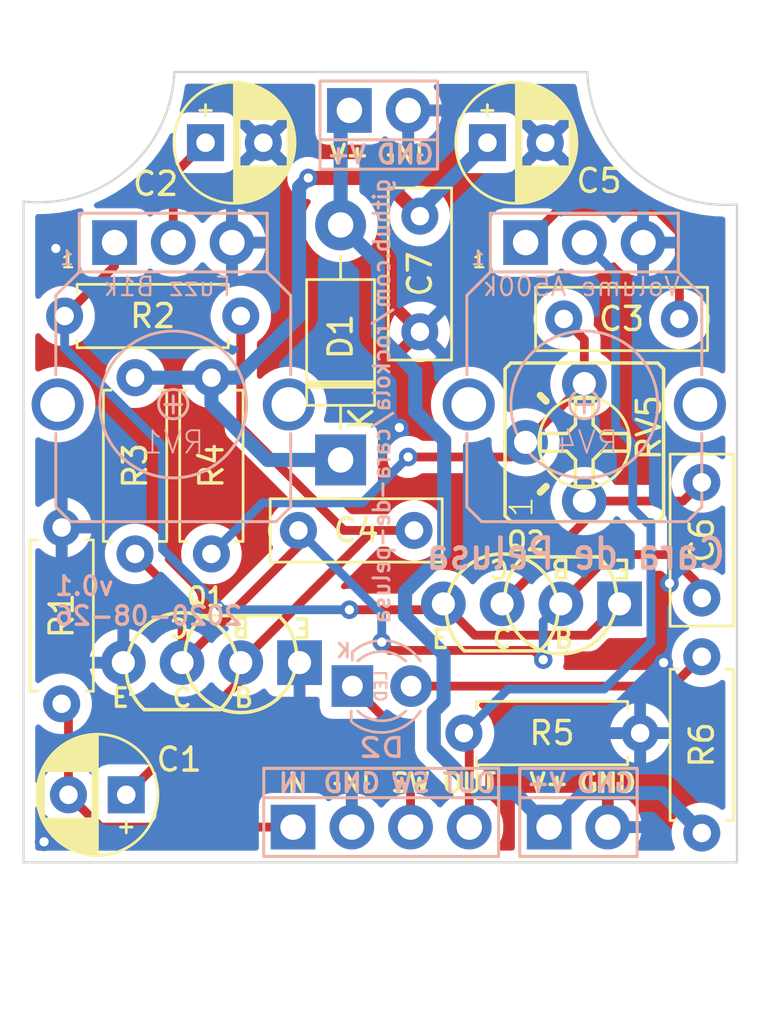
<source format=kicad_pcb>
(kicad_pcb (version 20200819) (host pcbnew "(5.99.0-2965-g3673c2369)")
  (layers (0 "F.Cu" signal) (31 "B.Cu" signal) (34 "B.Paste" user) (35 "F.Paste" user) (36 "B.SilkS" user) (37 "F.SilkS" user) (38 "B.Mask" user) (39 "F.Mask" user) (44 "Edge.Cuts" user))
  (property "DATE" "2020-08-26")
  (property "REVISION" "v0.1")
  (property "TITLE" "Cara de Pelusa")
  (property "URL" "github.com/rockola/cara-de-pelusa")
  (net 0 "")
  (net 1 "IN")
  (net 2 "Net-(C1-Pad1)")
  (net 3 "GND")
  (net 4 "Net-(C2-Pad1)")
  (net 5 "Net-(C3-Pad2)")
  (net 6 "Net-(C3-Pad1)")
  (net 7 "Net-(C4-Pad2)")
  (net 8 "VCC")
  (net 9 "Net-(C6-Pad2)")
  (net 10 "+9V")
  (net 11 "Net-(D2-Pad2)")
  (net 12 "LED-")
  (net 13 "OUT")
  (net 14 "Net-(Q2-Pad1)")
  (module "rockola_kicad_footprints:Power_Header_2pin_TOP" (layer "F.Cu") (at 102.489 69.723)
    (fp_text reference "J3" hide)
    (fp_text value "Power top" hide)
    (fp_text user "GND" (at -1.397 1.905 unlocked) (layer "B.SilkS") (effects (font (size 0.8 0.8)) (justify mirror)))
    (fp_text user "V+" (at -3.937 1.905 unlocked) (layer "B.SilkS") (effects (font (size 0.8 0.8)) (justify mirror)))
    (fp_text user "V+" (at -3.81 1.905 unlocked) (layer "F.SilkS") (effects (font (size 0.8 0.8))))
    (fp_text user "GND" (at -1.397 1.905 unlocked) (layer "F.SilkS") (effects (font (size 0.8 0.8))))
    (pad "1" thru_hole rect (at -3.81 0) (size 1.9304 1.9304) (drill 1.1) (layers *.Cu *.Mask) (net 10 "+9V"))
    (pad "2" thru_hole oval (at -1.27 0) (size 1.9304 1.9304) (drill 1.1) (layers *.Cu *.Mask) (net 3 "GND"))
  )
  (module "rockola_kicad_footprints:CP_D5.0_P2.50" (layer "F.Cu") (at 104.648 71.12)
    (fp_text reference "C5" (at 4.826 1.651) (layer "F.SilkS"))
    (fp_text value "100u")
    (pad "1" thru_hole rect (at 0 0) (size 1.6 1.6) (drill 0.8) (layers *.Cu *.Mask) (net 8 "VCC"))
    (pad "2" thru_hole circle (at 2.5 0) (size 1.6 1.6) (drill 0.8) (layers *.Cu *.Mask) (net 3 "GND"))
  )
  (module "rockola_kicad_footprints:R_DIN0207" (layer "F.Cu") (at 93.98 78.613 180)
    (fp_text reference "R2" (at 3.81 0) (layer "F.SilkS"))
    (fp_text value "100k")
    (pad "1" thru_hole circle (at 0 0 180) (size 1.6 1.6) (drill 0.8) (layers *.Cu *.Mask) (net 2 "Net-(C1-Pad1)"))
    (pad "2" thru_hole oval (at 7.62 0 180) (size 1.6 1.6) (drill 0.8) (layers *.Cu *.Mask) (net 14 "Net-(Q2-Pad1)"))
  )
  (module "rockola_kicad_footprints:R_DIN0207" (layer "F.Cu") (at 113.919 93.345 -90)
    (fp_text reference "R6" (at 3.81 0 90) (layer "F.SilkS"))
    (fp_text value "CLR")
    (pad "1" thru_hole circle (at 0 0 270) (size 1.6 1.6) (drill 0.8) (layers *.Cu *.Mask) (net 11 "Net-(D2-Pad2)"))
    (pad "2" thru_hole oval (at 7.62 0 270) (size 1.6 1.6) (drill 0.8) (layers *.Cu *.Mask) (net 10 "+9V"))
  )
  (module "rockola_kicad_footprints:R_DIN0207" (layer "F.Cu") (at 86.233 95.377 90)
    (fp_text reference "R1" (at 3.81 0 90) (layer "F.SilkS"))
    (fp_text value "1M")
    (pad "1" thru_hole circle (at 0 0 90) (size 1.6 1.6) (drill 0.8) (layers *.Cu *.Mask) (net 1 "IN"))
    (pad "2" thru_hole oval (at 7.62 0 90) (size 1.6 1.6) (drill 0.8) (layers *.Cu *.Mask) (net 3 "GND"))
  )
  (module "rockola_kicad_footprints:R_DIN0207" (layer "F.Cu") (at 92.71 81.28 -90)
    (fp_text reference "R4" (at 3.81 0 90) (layer "F.SilkS"))
    (fp_text value "330R")
    (pad "1" thru_hole circle (at 0 0 270) (size 1.6 1.6) (drill 0.8) (layers *.Cu *.Mask) (net 8 "VCC"))
    (pad "2" thru_hole oval (at 7.62 0 270) (size 1.6 1.6) (drill 0.8) (layers *.Cu *.Mask) (net 6 "Net-(C3-Pad1)"))
  )
  (module "rockola_kicad_footprints:C_Box_7.2_2.5" (layer "F.Cu") (at 113.919 90.805 90)
    (fp_text reference "C6" (at 2.5 0 90) (layer "F.SilkS"))
    (fp_text value "150p")
    (pad "1" thru_hole circle (at 0 0 90) (size 1.6 1.6) (drill 0.8) (layers *.Cu *.Mask) (net 7 "Net-(C4-Pad2)"))
    (pad "2" thru_hole circle (at 5 0 90) (size 1.6 1.6) (drill 0.8) (layers *.Cu *.Mask) (net 9 "Net-(C6-Pad2)"))
  )
  (module "potentiometers:TRIM1" (layer "F.Cu") (at 108.839 84.074 90)
    (fp_text reference "RV5" (at 0.635 2.794 90) (layer "F.SilkS"))
    (fp_text value "Q2 bias 20k" hide)
    (fp_text user "1" (at -3.302 -2.159 90) (layer "F.SilkS") (effects (font (size 0.9652 0.9652) (thickness 0.08128)) (justify left bottom)))
    (pad "1" thru_hole oval (at -2.54 0 90) (size 1.9304 1.9304) (drill 1) (layers *.Cu *.Mask) (net 9 "Net-(C6-Pad2)"))
    (pad "2" thru_hole oval (at 0 -2.54 90) (size 1.9304 1.9304) (drill 1) (layers *.Cu *.Mask) (net 6 "Net-(C3-Pad1)"))
    (pad "3" thru_hole oval (at 2.54 0 90) (size 1.9304 1.9304) (drill 1) (layers *.Cu *.Mask) (net 6 "Net-(C3-Pad1)"))
  )
  (module "rockola_kicad_footprints:9mm metal shaft" (layer "F.Cu") (at 91.059 75.438 180)
    (fp_text reference "RV1" (at 0 -8.636) (layer "B.SilkS") (effects (font (size 0.9652 0.9652) (thickness 0.08128)) (justify mirror)))
    (fp_text value "Fuzz B1k" (at 0.254 -1.905) (layer "B.SilkS") (effects (font (size 0.8 0.8) (thickness 0.1)) (justify mirror)))
    (fp_text user "1" (at 4.953 -1.016) (layer "B.SilkS") (effects (font (size 0.6 0.6) (thickness 0.1)) (justify right bottom mirror)))
    (fp_text user "1" (at 4.191 -1.143) (layer "F.SilkS") (effects (font (size 0.6 0.6) (thickness 0.1)) (justify right bottom)))
    (pad "" thru_hole oval (at 5 -7 180) (size 2.25 2.25) (drill 1.5) (layers *.Cu *.Mask))
    (pad "" thru_hole oval (at -5 -7 180) (size 2.25 2.25) (drill 1.5) (layers *.Cu *.Mask))
    (pad "1" thru_hole rect (at 2.54 0 180) (size 1.9304 1.9304) (drill 1.1) (layers *.Cu *.Mask) (net 14 "Net-(Q2-Pad1)"))
    (pad "2" thru_hole oval (at 0 0 180) (size 1.9304 1.9304) (drill 1.1) (layers *.Cu *.Mask) (net 4 "Net-(C2-Pad1)"))
    (pad "3" thru_hole oval (at -2.54 0 180) (size 1.9304 1.9304) (drill 1.1) (layers *.Cu *.Mask) (net 3 "GND"))
  )
  (module "rockola_kicad_footprints:R_DIN0207" (layer "F.Cu") (at 89.408 81.28 -90)
    (fp_text reference "R3" (at 3.81 0 90) (layer "F.SilkS"))
    (fp_text value "33k")
    (pad "1" thru_hole circle (at 0 0 270) (size 1.6 1.6) (drill 0.8) (layers *.Cu *.Mask) (net 8 "VCC"))
    (pad "2" thru_hole oval (at 7.62 0 270) (size 1.6 1.6) (drill 0.8) (layers *.Cu *.Mask) (net 7 "Net-(C4-Pad2)"))
  )
  (module "rockola_kicad_footprints:C_Box_7.2_2.5" (layer "F.Cu") (at 101.727 74.295 -90)
    (fp_text reference "C7" (at 2.5 0 90) (layer "F.SilkS"))
    (fp_text value "100n")
    (pad "1" thru_hole circle (at 0 0 270) (size 1.6 1.6) (drill 0.8) (layers *.Cu *.Mask) (net 8 "VCC"))
    (pad "2" thru_hole circle (at 5 0 270) (size 1.6 1.6) (drill 0.8) (layers *.Cu *.Mask) (net 3 "GND"))
  )
  (module "Diode_THT:D_DO-41_SOD81_P10.16mm_Horizontal" (layer "F.Cu") (at 98.298 84.836 90)
    (fp_text reference "D1" (at 5.334 0 90) (layer "F.SilkS"))
    (fp_text value "1N5817")
    (fp_text user "K" (at 1.778 0.889 90) (layer "F.SilkS"))
    (pad "1" thru_hole rect (at 0 0 90) (size 2.2 2.2) (drill 1.1) (layers *.Cu *.Mask) (net 8 "VCC"))
    (pad "2" thru_hole oval (at 10.16 0 90) (size 2.2 2.2) (drill 1.1) (layers *.Cu *.Mask) (net 10 "+9V"))
  )
  (module "rockola_kicad_footprints:TO92_EBCE" (layer "F.Cu") (at 107.823 91.059 180)
    (fp_text reference "Q2" (at 2.413 3.175) (layer "F.SilkS") (effects (font (size 0.8 0.8)) (justify left top)))
    (fp_text value "BC109" hide)
    (fp_text user "E" (at 5.207 -1.524 unlocked) (layer "F.SilkS") (effects (font (size 0.8 0.8))))
    (fp_text user "E" (at -2.667 1.524 180 unlocked) (layer "F.SilkS") (effects (font (size 0.8 0.8))))
    (fp_text user "B" (at -0.127 -1.524 unlocked) (layer "F.SilkS") (effects (font (size 0.8 0.8))))
    (fp_text user "C" (at 2.667 1.524 180 unlocked) (layer "F.SilkS") (effects (font (size 0.8 0.8))))
    (fp_text user "B" (at 0 1.524 180 unlocked) (layer "F.SilkS") (effects (font (size 0.8 0.8))))
    (fp_text user "C" (at 2.54 -1.524 unlocked) (layer "F.SilkS") (effects (font (size 0.8 0.8))))
    (pad "1" thru_hole rect (at -2.54 0) (size 1.9304 1.9304) (drill 1) (layers *.Cu *.Mask) (net 14 "Net-(Q2-Pad1)"))
    (pad "1" thru_hole oval (at 5.08 0) (size 1.9304 1.9304) (drill 1) (layers *.Cu *.Mask) (net 14 "Net-(Q2-Pad1)"))
    (pad "2" thru_hole oval (at 0 0) (size 1.9304 1.9304) (drill 1) (layers *.Cu *.Mask) (net 7 "Net-(C4-Pad2)"))
    (pad "3" thru_hole oval (at 2.54 0) (size 1.9304 1.9304) (drill 1) (layers *.Cu *.Mask) (net 9 "Net-(C6-Pad2)"))
  )
  (module "rockola_kicad_footprints:CP_D5.0_P2.50" (layer "F.Cu") (at 89.027 99.314 180)
    (fp_text reference "C1" (at -2.286 1.524) (layer "F.SilkS"))
    (fp_text value "2u2")
    (pad "1" thru_hole rect (at 0 0 180) (size 1.6 1.6) (drill 0.8) (layers *.Cu *.Mask) (net 2 "Net-(C1-Pad1)"))
    (pad "2" thru_hole circle (at 2.5 0 180) (size 1.6 1.6) (drill 0.8) (layers *.Cu *.Mask) (net 1 "IN"))
  )
  (module "rockola_kicad_footprints:Stomp_4pin" (layer "F.Cu") (at 100.0525 100.711)
    (fp_text reference "J2" hide)
    (fp_text value "Stomp" hide)
    (fp_text user "OUT" (at 3.81 -1.905 unlocked) (layer "B.SilkS") (effects (font (size 0.8 0.8)) (justify mirror)))
    (fp_text user "IN" (at -3.81 -1.905 unlocked) (layer "B.SilkS") (effects (font (size 0.8 0.8)) (justify mirror)))
    (fp_text user "GND" (at -1.27 -1.905 unlocked) (layer "B.SilkS") (effects (font (size 0.8 0.8)) (justify mirror)))
    (fp_text user "SW" (at 1.27 -1.905 unlocked) (layer "B.SilkS") (effects (font (size 0.8 0.8)) (justify mirror)))
    (fp_text user "OUT" (at 3.81 -1.905 unlocked) (layer "F.SilkS") (effects (font (size 0.8 0.8))))
    (fp_text user "SW" (at 1.27 -1.905 unlocked) (layer "F.SilkS") (effects (font (size 0.8 0.8))))
    (fp_text user "IN" (at -3.81 -1.905 unlocked) (layer "F.SilkS") (effects (font (size 0.8 0.8))))
    (fp_text user "GND" (at -1.27 -1.905 unlocked) (layer "F.SilkS") (effects (font (size 0.8 0.8))))
    (pad "1" thru_hole rect (at -3.81 0) (size 1.9304 1.9304) (drill 1.1) (layers *.Cu *.Mask) (net 1 "IN"))
    (pad "2" thru_hole oval (at -1.27 0) (size 1.9304 1.9304) (drill 1.1) (layers *.Cu *.Mask) (net 3 "GND"))
    (pad "3" thru_hole oval (at 1.27 0) (size 1.9304 1.9304) (drill 1.1) (layers *.Cu *.Mask) (net 12 "LED-"))
    (pad "4" thru_hole oval (at 3.81 0) (size 1.9304 1.9304) (drill 1.1) (layers *.Cu *.Mask) (net 13 "OUT"))
  )
  (module "rockola_kicad_footprints:C_Box_7.2_2.5" (layer "F.Cu") (at 107.95 78.74)
    (fp_text reference "C3" (at 2.5 0) (layer "F.SilkS"))
    (fp_text value "10n")
    (pad "1" thru_hole circle (at 0 0) (size 1.6 1.6) (drill 0.8) (layers *.Cu *.Mask) (net 6 "Net-(C3-Pad1)"))
    (pad "2" thru_hole circle (at 5 0) (size 1.6 1.6) (drill 0.8) (layers *.Cu *.Mask) (net 5 "Net-(C3-Pad2)"))
  )
  (module "rockola_kicad_footprints:CP_D5.0_P2.50" (layer "F.Cu") (at 92.456 71.12)
    (fp_text reference "C2" (at -2.159 1.778) (layer "F.SilkS"))
    (fp_text value "22u")
    (pad "1" thru_hole rect (at 0 0) (size 1.6 1.6) (drill 0.8) (layers *.Cu *.Mask) (net 4 "Net-(C2-Pad1)"))
    (pad "2" thru_hole circle (at 2.5 0) (size 1.6 1.6) (drill 0.8) (layers *.Cu *.Mask) (net 3 "GND"))
  )
  (module "rockola_kicad_footprints:TO92_EBCE" (layer "F.Cu") (at 93.98 93.599 180)
    (fp_text reference "Q1" (at 2.413 3.302) (layer "F.SilkS") (effects (font (size 0.8 0.8)) (justify left top)))
    (fp_text value "BC108" hide)
    (fp_text user "C" (at 2.54 -1.524 unlocked) (layer "F.SilkS") (effects (font (size 0.8 0.8))))
    (fp_text user "E" (at 5.207 -1.524 unlocked) (layer "F.SilkS") (effects (font (size 0.8 0.8))))
    (fp_text user "E" (at -2.667 1.524 180 unlocked) (layer "F.SilkS") (effects (font (size 0.8 0.8))))
    (fp_text user "C" (at 2.667 1.524 180 unlocked) (layer "F.SilkS") (effects (font (size 0.8 0.8))))
    (fp_text user "B" (at -0.127 -1.524 unlocked) (layer "F.SilkS") (effects (font (size 0.8 0.8))))
    (fp_text user "B" (at 0 1.524 180 unlocked) (layer "F.SilkS") (effects (font (size 0.8 0.8))))
    (pad "1" thru_hole rect (at -2.54 0) (size 1.9304 1.9304) (drill 1) (layers *.Cu *.Mask) (net 3 "GND"))
    (pad "1" thru_hole oval (at 5.08 0) (size 1.9304 1.9304) (drill 1) (layers *.Cu *.Mask) (net 3 "GND"))
    (pad "2" thru_hole oval (at 0 0) (size 1.9304 1.9304) (drill 1) (layers *.Cu *.Mask) (net 2 "Net-(C1-Pad1)"))
    (pad "3" thru_hole oval (at 2.54 0) (size 1.9304 1.9304) (drill 1) (layers *.Cu *.Mask) (net 7 "Net-(C4-Pad2)"))
  )
  (module "rockola_kicad_footprints:C_Box_7.2_2.5" (layer "F.Cu") (at 101.473 87.884 180)
    (fp_text reference "C4" (at 2.5 0) (layer "F.SilkS"))
    (fp_text value "150p")
    (pad "1" thru_hole circle (at 0 0 180) (size 1.6 1.6) (drill 0.8) (layers *.Cu *.Mask) (net 2 "Net-(C1-Pad1)"))
    (pad "2" thru_hole circle (at 5 0 180) (size 1.6 1.6) (drill 0.8) (layers *.Cu *.Mask) (net 7 "Net-(C4-Pad2)"))
  )
  (module "rockola_kicad_footprints:Power_Header_2pin" (layer "F.Cu") (at 111.125 100.711)
    (fp_text reference "J1" hide)
    (fp_text value "Power bottom" hide)
    (fp_text user "V+" (at -3.937 -1.905 unlocked) (layer "B.SilkS") (effects (font (size 0.8 0.8)) (justify mirror)))
    (fp_text user "GND" (at -1.397 -1.905 unlocked) (layer "B.SilkS") (effects (font (size 0.8 0.8)) (justify mirror)))
    (fp_text user "V+" (at -3.81 -1.905 unlocked) (layer "F.SilkS") (effects (font (size 0.8 0.8))))
    (fp_text user "GND" (at -1.27 -1.905 unlocked) (layer "F.SilkS") (effects (font (size 0.8 0.8))))
    (pad "1" thru_hole rect (at -3.81 0) (size 1.9304 1.9304) (drill 1.1) (layers *.Cu *.Mask) (net 10 "+9V"))
    (pad "2" thru_hole oval (at -1.27 0) (size 1.9304 1.9304) (drill 1.1) (layers *.Cu *.Mask) (net 3 "GND"))
  )
  (module "rockola_kicad_footprints:R_DIN0207" (layer "F.Cu") (at 103.632 96.647)
    (fp_text reference "R5" (at 3.81 0) (layer "F.SilkS"))
    (fp_text value "1M")
    (pad "1" thru_hole circle (at 0 0) (size 1.6 1.6) (drill 0.8) (layers *.Cu *.Mask) (net 13 "OUT"))
    (pad "2" thru_hole oval (at 7.62 0) (size 1.6 1.6) (drill 0.8) (layers *.Cu *.Mask) (net 3 "GND"))
  )
  (module "rockola_kicad_footprints:9mm metal shaft" (layer "F.Cu") (at 108.839 75.438 180)
    (fp_text reference "RV4" (at -0.127 -8.636) (layer "B.SilkS") (effects (font (size 0.9652 0.9652) (thickness 0.08128)) (justify mirror)))
    (fp_text value "Volume A500k" (at 0.127 -1.905) (layer "B.SilkS") (effects (font (size 0.8 0.8) (thickness 0.1)) (justify mirror)))
    (fp_text user "1" (at 4.953 -1.016) (layer "B.SilkS") (effects (font (size 0.6 0.6) (thickness 0.1)) (justify right bottom mirror)))
    (fp_text user "1" (at 4.191 -1.143) (layer "F.SilkS") (effects (font (size 0.6 0.6) (thickness 0.1)) (justify right bottom)))
    (pad "" thru_hole oval (at -5 -7 180) (size 2.25 2.25) (drill 1.5) (layers *.Cu *.Mask))
    (pad "" thru_hole oval (at 5 -7 180) (size 2.25 2.25) (drill 1.5) (layers *.Cu *.Mask))
    (pad "1" thru_hole rect (at 2.54 0 180) (size 1.9304 1.9304) (drill 1.1) (layers *.Cu *.Mask) (net 5 "Net-(C3-Pad2)"))
    (pad "2" thru_hole oval (at 0 0 180) (size 1.9304 1.9304) (drill 1.1) (layers *.Cu *.Mask) (net 13 "OUT"))
    (pad "3" thru_hole oval (at -2.54 0 180) (size 1.9304 1.9304) (drill 1.1) (layers *.Cu *.Mask) (net 3 "GND"))
  )
  (module "rockola_kicad_footprints:LED.3mm" (layer "B.Cu") (at 98.806 94.615)
    (fp_text reference "D2" (at 1.27 2.667) (layer "B.SilkS") (effects (font (size 0.8 1)) (justify mirror)))
    (fp_text value "LED")
    (fp_text user "LED" (at 1.2446 0 -270 unlocked) (layer "B.SilkS") (effects (font (size 0.5 0.5) (thickness 0.1)) (justify mirror)))
    (fp_text user "K" (at -0.381 -1.524 unlocked) (layer "B.SilkS") (effects (font (size 0.6 0.6) (thickness 0.127)) (justify mirror)))
    (pad "1" thru_hole rect (at 0 0) (size 1.8 1.8) (drill 0.9) (layers *.Cu *.Mask) (net 12 "LED-"))
    (pad "2" thru_hole circle (at 2.54 0) (size 1.8 1.8) (drill 0.9) (layers *.Cu *.Mask) (net 11 "Net-(D2-Pad2)"))
  )
  (gr_line (start 115.443 73.787) (end 115.443 102.235) (layer "Edge.Cuts") (width 0.1))
  (gr_arc (start 85.243454 67.829713) (end 91.106488 68.063375) (angle 94.19038337) (layer "Edge.Cuts") (width 0.1))
  (gr_line (start 91.106488 68.063375) (end 108.966 68.072) (layer "Edge.Cuts") (width 0.1))
  (gr_line (start 84.582 73.66) (end 84.582 102.235) (layer "Edge.Cuts") (width 0.1))
  (gr_arc (start 114.953437 67.814037) (end 108.966 68.072) (angle -92.21866171) (layer "Edge.Cuts") (width 0.1))
  (gr_line (start 115.443 102.235) (end 84.582 102.235) (layer "Edge.Cuts") (width 0.1))
  (gr_text "${REVISION}\n${DATE}" (at 85.852 90.932) (layer "B.SilkS") (effects (font (size 0.8 0.8)) (justify right mirror)))
  (gr_text "${URL}" (at 100.076 82.296 90) (layer "B.SilkS") (effects (font (size 0.7 0.68) (thickness 0.127)) (justify mirror)))
  (gr_text "${TITLE}" (at 108.458 88.9) (layer "B.SilkS") (effects (font (size 1.3 1.1) (thickness 0.2)) (justify mirror)))
  (segment (start 87.924 100.711) (end 96.2425 100.711) (width 0.381) (layer "F.Cu") (net 1))
  (segment (start 86.527 99.314) (end 86.527 95.671) (width 0.381) (layer "F.Cu") (net 1))
  (segment (start 86.527 99.314) (end 87.924 100.711) (width 0.381) (layer "F.Cu") (net 1))
  (segment (start 86.527 95.671) (end 86.233 95.377) (width 0.381) (layer "F.Cu") (net 1))
  (segment (start 93.98 83.420902) (end 93.98 78.613) (width 0.381) (layer "F.Cu") (net 2))
  (segment (start 99.695 87.884) (end 101.473 87.884) (width 0.381) (layer "F.Cu") (net 2))
  (segment (start 98.443098 87.884) (end 93.98 83.420902) (width 0.381) (layer "F.Cu") (net 2))
  (segment (start 89.027 99.314) (end 93.98 94.361) (width 0.381) (layer "F.Cu") (net 2))
  (segment (start 93.98 93.599) (end 99.695 87.884) (width 0.381) (layer "F.Cu") (net 2))
  (segment (start 93.98 94.361) (end 93.98 93.599) (width 0.381) (layer "F.Cu") (net 2))
  (segment (start 99.695 87.884) (end 98.443098 87.884) (width 0.381) (layer "F.Cu") (net 2))
  (via (at 85.979 75.692) (size 0.8) (drill 0.4) (layers "F.Cu" "B.Cu") (net 3))
  (via (at 85.471 101.346) (size 0.8) (drill 0.4) (layers "F.Cu" "B.Cu") (net 3))
  (via (at 100.838 83.439) (size 0.8) (drill 0.4) (layers "F.Cu" "B.Cu") (net 3))
  (via (at 112.268 93.599) (size 0.8) (drill 0.4) (layers "F.Cu" "B.Cu") (net 3))
  (via (at 112.522 90.17) (size 0.8) (drill 0.4) (layers "F.Cu" "B.Cu") (net 3))
  (segment (start 91.059 72.517) (end 92.456 71.12) (width 0.381) (layer "F.Cu") (net 4))
  (segment (start 91.059 75.438) (end 91.059 72.517) (width 0.381) (layer "F.Cu") (net 4))
  (segment (start 112.029737 74.082299) (end 107.654701 74.082299) (width 0.381) (layer "F.Cu") (net 5))
  (segment (start 112.95 75.002562) (end 112.029737 74.082299) (width 0.381) (layer "F.Cu") (net 5))
  (segment (start 112.95 78.74) (end 112.95 75.002562) (width 0.381) (layer "F.Cu") (net 5))
  (segment (start 107.654701 74.082299) (end 106.299 75.438) (width 0.381) (layer "F.Cu") (net 5))
  (segment (start 101.219 84.709) (end 105.664 84.709) (width 0.381) (layer "F.Cu") (net 6))
  (segment (start 108.839 81.534) (end 108.839 79.629) (width 0.381) (layer "F.Cu") (net 6))
  (segment (start 106.299 84.074) (end 108.839 81.534) (width 0.381) (layer "F.Cu") (net 6))
  (segment (start 108.839 79.629) (end 107.95 78.74) (width 0.381) (layer "F.Cu") (net 6))
  (segment (start 105.664 84.709) (end 106.299 84.074) (width 0.381) (layer "F.Cu") (net 6))
  (via (at 101.219 84.709) (size 0.8) (drill 0.4) (layers "F.Cu" "B.Cu") (net 6))
  (segment (start 94.916501 86.693499) (end 92.71 88.9) (width 0.381) (layer "B.Cu") (net 6))
  (segment (start 101.219 84.709) (end 99.234501 86.693499) (width 0.381) (layer "B.Cu") (net 6))
  (segment (start 99.234501 86.693499) (end 94.916501 86.693499) (width 0.381) (layer "B.Cu") (net 6))
  (segment (start 106.661001 93.072001) (end 100.438001 93.072001) (width 0.381) (layer "F.Cu") (net 7))
  (segment (start 112.493499 88.928501) (end 113.919 90.354002) (width 0.381) (layer "F.Cu") (net 7))
  (segment (start 100.438001 93.072001) (end 100.076 92.71) (width 0.381) (layer "F.Cu") (net 7))
  (segment (start 109.982 88.9) (end 110.010501 88.928501) (width 0.381) (layer "F.Cu") (net 7))
  (segment (start 107.061 93.472) (end 106.661001 93.072001) (width 0.381) (layer "F.Cu") (net 7))
  (segment (start 110.010501 88.928501) (end 112.493499 88.928501) (width 0.381) (layer "F.Cu") (net 7))
  (segment (start 91.44 93.599) (end 96.473 88.566) (width 0.381) (layer "F.Cu") (net 7))
  (segment (start 96.473 88.566) (end 96.473 87.884) (width 0.381) (layer "F.Cu") (net 7))
  (segment (start 107.823 91.059) (end 109.982 88.9) (width 0.381) (layer "F.Cu") (net 7))
  (segment (start 91.44 93.599) (end 91.44 90.932) (width 0.381) (layer "F.Cu") (net 7))
  (segment (start 91.44 90.932) (end 89.408 88.9) (width 0.381) (layer "F.Cu") (net 7))
  (segment (start 113.919 90.354002) (end 113.919 90.805) (width 0.381) (layer "F.Cu") (net 7))
  (via (at 100.076 92.71) (size 0.8) (drill 0.4) (layers "F.Cu" "B.Cu") (net 7))
  (via (at 107.061 93.472) (size 0.8) (drill 0.4) (layers "F.Cu" "B.Cu") (net 7))
  (segment (start 100.076 91.487) (end 100.076 92.71) (width 0.381) (layer "B.Cu") (net 7))
  (segment (start 107.061 93.472) (end 107.061 91.821) (width 0.381) (layer "B.Cu") (net 7))
  (segment (start 107.061 91.821) (end 107.823 91.059) (width 0.381) (layer "B.Cu") (net 7))
  (segment (start 96.473 87.884) (end 100.076 91.487) (width 0.381) (layer "B.Cu") (net 7))
  (segment (start 96.901 72.644) (end 100.076 72.644) (width 0.6096) (layer "F.Cu") (net 8))
  (segment (start 100.076 72.644) (end 101.727 74.295) (width 0.6096) (layer "F.Cu") (net 8))
  (via (at 96.901 72.644) (size 0.8) (drill 0.4) (layers "F.Cu" "B.Cu") (net 8))
  (segment (start 95.13463 84.836) (end 92.71 82.41137) (width 0.6096) (layer "B.Cu") (net 8))
  (segment (start 93.84137 81.28) (end 96.501001 78.620369) (width 0.6096) (layer "B.Cu") (net 8))
  (segment (start 92.71 81.28) (end 93.84137 81.28) (width 0.6096) (layer "B.Cu") (net 8))
  (segment (start 101.727 74.295) (end 101.727 74.041) (width 0.6096) (layer "B.Cu") (net 8))
  (segment (start 98.298 84.836) (end 95.13463 84.836) (width 0.6096) (layer "B.Cu") (net 8))
  (segment (start 101.727 74.041) (end 104.648 71.12) (width 0.6096) (layer "B.Cu") (net 8))
  (segment (start 92.71 82.41137) (end 92.71 81.28) (width 0.6096) (layer "B.Cu") (net 8))
  (segment (start 96.501001 78.620369) (end 96.501001 73.043999) (width 0.6096) (layer "B.Cu") (net 8))
  (segment (start 96.501001 73.043999) (end 96.901 72.644) (width 0.6096) (layer "B.Cu") (net 8))
  (segment (start 89.408 81.28) (end 92.71 81.28) (width 0.6096) (layer "B.Cu") (net 8))
  (segment (start 105.283 91.059) (end 108.839 87.503) (width 0.381) (layer "F.Cu") (net 9))
  (segment (start 108.839 87.503) (end 108.839 86.614) (width 0.381) (layer "F.Cu") (net 9))
  (segment (start 113.11 86.614) (end 113.919 85.805) (width 0.381) (layer "F.Cu") (net 9))
  (segment (start 108.839 86.614) (end 113.11 86.614) (width 0.381) (layer "F.Cu") (net 9))
  (segment (start 105.844999 99.240999) (end 104.294893 99.240999) (width 0.6096) (layer "B.Cu") (net 10))
  (segment (start 102.327199 97.273305) (end 102.327199 95.712907) (width 0.6096) (layer "B.Cu") (net 10))
  (segment (start 99.914199 78.647801) (end 99.914199 76.292199) (width 0.6096) (layer "B.Cu") (net 10))
  (segment (start 98.298 74.676) (end 98.298 70.104) (width 0.6096) (layer "B.Cu") (net 10))
  (segment (start 104.294893 99.240999) (end 102.327199 97.273305) (width 0.6096) (layer "B.Cu") (net 10))
  (segment (start 108.785001 99.240999) (end 112.194999 99.240999) (width 0.6096) (layer "B.Cu") (net 10))
  (segment (start 99.914199 78.647801) (end 99.914199 79.413305) (width 0.6096) (layer "B.Cu") (net 10))
  (segment (start 99.914199 79.413305) (end 101.526894 81.026) (width 0.6096) (layer "B.Cu") (net 10))
  (segment (start 102.750801 95.289305) (end 102.750801 93.242403) (width 0.6096) (layer "B.Cu") (net 10))
  (segment (start 102.327199 95.712907) (end 102.750801 95.289305) (width 0.6096) (layer "B.Cu") (net 10))
  (segment (start 101.083699 91.575301) (end 101.401199 91.892801) (width 0.6096) (layer "B.Cu") (net 10))
  (segment (start 102.777801 83.981801) (end 102.777801 88.848597) (width 0.6096) (layer "B.Cu") (net 10))
  (segment (start 102.734699 93.226301) (end 101.401199 91.892801) (width 0.6096) (layer "B.Cu") (net 10))
  (segment (start 101.526894 81.026) (end 101.526894 82.730894) (width 0.6096) (layer "B.Cu") (net 10))
  (segment (start 112.194999 99.240999) (end 113.919 100.965) (width 0.6096) (layer "B.Cu") (net 10))
  (segment (start 101.083699 90.542699) (end 101.083699 91.575301) (width 0.6096) (layer "B.Cu") (net 10))
  (segment (start 107.315 100.711) (end 108.785001 99.240999) (width 0.6096) (layer "B.Cu") (net 10))
  (segment (start 102.750801 93.242403) (end 102.734699 93.226301) (width 0.6096) (layer "B.Cu") (net 10))
  (segment (start 102.777801 88.848597) (end 101.083699 90.542699) (width 0.6096) (layer "B.Cu") (net 10))
  (segment (start 98.298 70.104) (end 98.679 69.723) (width 0.6096) (layer "B.Cu") (net 10))
  (segment (start 107.315 100.711) (end 105.844999 99.240999) (width 0.6096) (layer "B.Cu") (net 10))
  (segment (start 101.526894 82.730894) (end 102.777801 83.981801) (width 0.6096) (layer "B.Cu") (net 10))
  (segment (start 99.914199 76.292199) (end 98.298 74.676) (width 0.6096) (layer "B.Cu") (net 10))
  (segment (start 101.346 94.615) (end 112.649 94.615) (width 0.381) (layer "F.Cu") (net 11))
  (segment (start 112.649 94.615) (end 113.919 93.345) (width 0.381) (layer "F.Cu") (net 11))
  (segment (start 101.3225 97.1315) (end 98.806 94.615) (width 0.381) (layer "F.Cu") (net 12))
  (segment (start 101.3225 100.711) (end 101.3225 97.1315) (width 0.381) (layer "F.Cu") (net 12))
  (segment (start 103.8625 100.711) (end 103.8625 96.8775) (width 0.381) (layer "F.Cu") (net 13))
  (segment (start 103.8625 96.8775) (end 103.632 96.647) (width 0.381) (layer "F.Cu") (net 13))
  (segment (start 110.9345 86.9315) (end 110.9345 84.1375) (width 0.381) (layer "B.Cu") (net 13))
  (segment (start 108.839 75.438) (end 110.194701 76.793701) (width 0.381) (layer "B.Cu") (net 13))
  (segment (start 111.718701 92.724357) (end 109.701058 94.742) (width 0.381) (layer "B.Cu") (net 13))
  (segment (start 105.537 94.742) (end 103.632 96.647) (width 0.381) (layer "B.Cu") (net 13))
  (segment (start 109.701058 94.742) (end 105.537 94.742) (width 0.381) (layer "B.Cu") (net 13))
  (segment (start 110.744 83.947) (end 110.9345 84.1375) (width 0.381) (layer "B.Cu") (net 13))
  (segment (start 111.718701 87.544299) (end 111.718701 92.724357) (width 0.381) (layer "B.Cu") (net 13))
  (segment (start 111.718701 87.544299) (end 111.547299 87.544299) (width 0.381) (layer "B.Cu") (net 13))
  (segment (start 110.194701 76.793701) (end 110.194701 83.397701) (width 0.381) (layer "B.Cu") (net 13))
  (segment (start 111.547299 87.544299) (end 110.9345 86.9315) (width 0.381) (layer "B.Cu") (net 13))
  (segment (start 110.194701 83.397701) (end 110.744 83.947) (width 0.381) (layer "B.Cu") (net 13))
  (segment (start 104.098701 92.414701) (end 109.007299 92.414701) (width 0.381) (layer "F.Cu") (net 14))
  (segment (start 102.489 91.313) (end 102.743 91.059) (width 0.381) (layer "F.Cu") (net 14))
  (segment (start 109.007299 92.414701) (end 110.363 91.059) (width 0.381) (layer "F.Cu") (net 14))
  (segment (start 102.743 91.059) (end 104.098701 92.414701) (width 0.381) (layer "F.Cu") (net 14))
  (segment (start 86.36 78.613) (end 88.519 76.454) (width 0.381) (layer "F.Cu") (net 14))
  (segment (start 98.679 91.313) (end 102.489 91.313) (width 0.381) (layer "F.Cu") (net 14))
  (segment (start 88.519 76.454) (end 88.519 75.438) (width 0.381) (layer "F.Cu") (net 14))
  (via (at 98.679 91.313) (size 0.8) (drill 0.4) (layers "F.Cu" "B.Cu") (net 14))
  (segment (start 93.218 91.313) (end 90.598501 88.693501) (width 0.381) (layer "B.Cu") (net 14))
  (segment (start 98.679 91.313) (end 93.218 91.313) (width 0.381) (layer "B.Cu") (net 14))
  (segment (start 90.598501 84.232443) (end 86.36 79.993942) (width 0.381) (layer "B.Cu") (net 14))
  (segment (start 86.36 79.993942) (end 86.36 78.613) (width 0.381) (layer "B.Cu") (net 14))
  (segment (start 90.598501 88.693501) (end 90.598501 84.232443) (width 0.381) (layer "B.Cu") (net 14))
  (zone (net 3) (net_name "GND") (layer "F.Cu") (connect_pads (clearance 0.508)) (min_thickness 0.254) (fill yes (thermal_gap 0.508) (thermal_bridge_width 0.508))
    (polygon (pts (xy 117.475 66.929) (xy 115.951 102.743) (xy 84.074 102.489) (xy 83.693 66.421)))
  )
  (zone (net 3) (net_name "GND") (layer "B.Cu") (connect_pads (clearance 0.508)) (min_thickness 0.254) (fill yes (thermal_gap 0.508) (thermal_bridge_width 0.508))
    (polygon (pts (xy 115.951 103.124) (xy 83.947 102.743) (xy 83.566 73.279) (xy 89.154 67.183) (xy 116.713 67.31)))
  )
)
</source>
